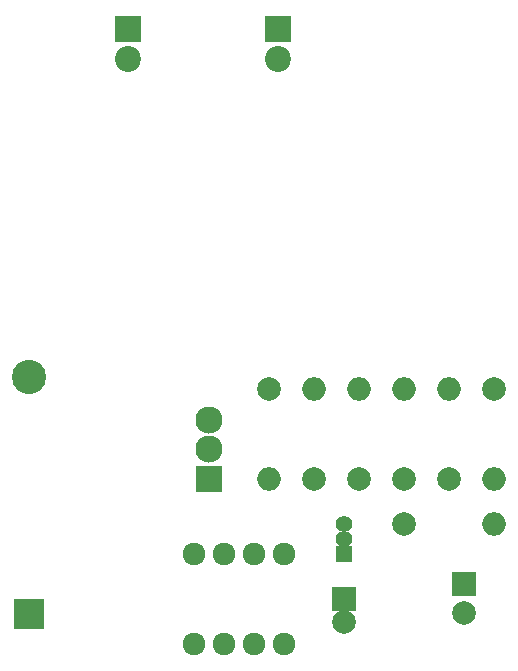
<source format=gts>
G04 #@! TF.FileFunction,Soldermask,Top*
%FSLAX46Y46*%
G04 Gerber Fmt 4.6, Leading zero omitted, Abs format (unit mm)*
G04 Created by KiCad (PCBNEW 4.0.7) date 12/26/17 21:11:22*
%MOMM*%
%LPD*%
G01*
G04 APERTURE LIST*
%ADD10C,0.100000*%
%ADD11C,1.924000*%
%ADD12R,2.000000X2.000000*%
%ADD13C,2.000000*%
%ADD14R,2.200000X2.200000*%
%ADD15C,2.200000*%
%ADD16R,1.400000X1.400000*%
%ADD17C,1.400000*%
%ADD18O,2.000000X2.000000*%
%ADD19R,2.570000X2.570000*%
%ADD20C,2.900000*%
%ADD21R,2.300000X2.300000*%
%ADD22C,2.300000*%
G04 APERTURE END LIST*
D10*
D11*
X153162000Y-124460000D03*
X155702000Y-124460000D03*
X158242000Y-124460000D03*
X160782000Y-124460000D03*
X160782000Y-116840000D03*
X158242000Y-116840000D03*
X155702000Y-116840000D03*
X153162000Y-116840000D03*
D12*
X165862000Y-120650000D03*
D13*
X165862000Y-122650000D03*
D12*
X176022000Y-119380000D03*
D13*
X176022000Y-121880000D03*
D14*
X147574000Y-72390000D03*
D15*
X147574000Y-74930000D03*
D14*
X160274000Y-72390000D03*
D15*
X160274000Y-74930000D03*
D16*
X165862000Y-116840000D03*
D17*
X165862000Y-115570000D03*
X165862000Y-114300000D03*
D13*
X159512000Y-102870000D03*
D18*
X159512000Y-110490000D03*
D13*
X163322000Y-110490000D03*
D18*
X163322000Y-102870000D03*
D13*
X174752000Y-110490000D03*
D18*
X174752000Y-102870000D03*
D13*
X178562000Y-102870000D03*
D18*
X178562000Y-110490000D03*
D13*
X170942000Y-114300000D03*
D18*
X178562000Y-114300000D03*
D13*
X167132000Y-110490000D03*
D18*
X167132000Y-102870000D03*
D13*
X170942000Y-110490000D03*
D18*
X170942000Y-102870000D03*
D19*
X139192000Y-121920000D03*
D20*
X139192000Y-101920000D03*
D21*
X154432000Y-110490000D03*
D22*
X154432000Y-107990000D03*
X154432000Y-105490000D03*
M02*

</source>
